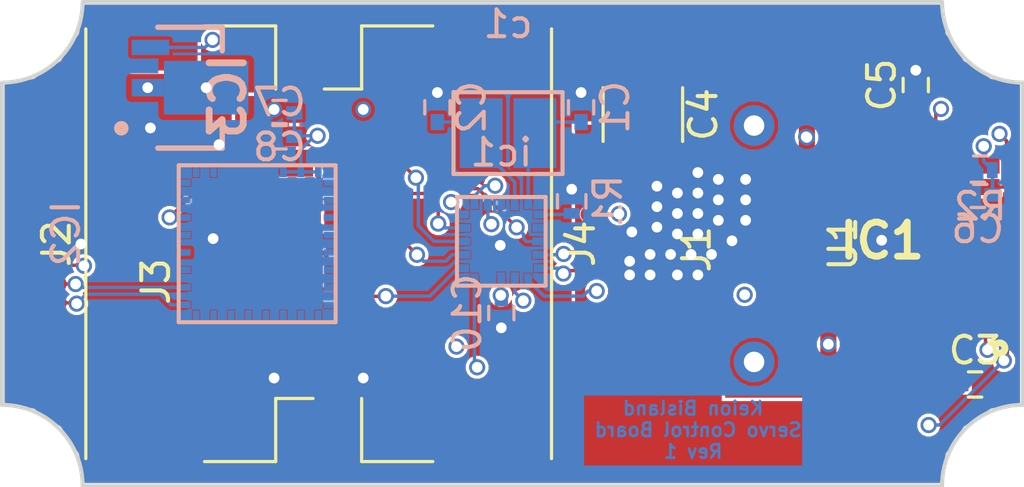
<source format=kicad_pcb>
(kicad_pcb (version 4) (host pcbnew 4.0.7)
  (layers (0 F.Cu signal) (1 In1.Cu signal) (2 In2.Cu signal) (31 B.Cu signal) (34 B.Paste user) (35 F.Paste user) (36 B.SilkS user) (37 F.SilkS user) (38 B.Mask user) (39 F.Mask user) (44 Edge.Cuts user))
  (net 0 "")
  (net 1 GND)
  (net 2 "Net-(C3-Pad1)")
  (net 3 +BATT)
  (net 4 FB)
  (net 5 +3V3)
  (net 6 OSCIN)
  (net 7 OSCOUT)
  (net 8 IN1)
  (net 9 IN2)
  (net 10 SWDIO)
  (net 11 SWCLK)
  (net 12 D2)
  (net 13 D1)
  (net 14 "Net-(R1-Pad1)")
  (net 15 A)
  (net 16 B)
  (net 17 ADC1)
  (net 18 ESDA)
  (net 19 ESCL)
  (net 20 SCK)
  (net 21 MISO)
  (net 22 MOSI)
  (net 23 CS)
  (net 24 "Net-(J2-Pad4)")
  (module AM4096Q:AM4096Q (layer B.Cu) (at 9.5 9 270)
    (fp_text reference IC2 (at -0.381 7.12 270) (layer B.SilkS) (effects (justify mirror)))
    (fp_text value AM4096Q)
    (fp_line (start 2.921 2.921) (end 2.921 -2.921) (layer B.SilkS) (width 0.15))
    (fp_line (start 2.921 -2.921) (end -2.921 -2.921) (layer B.SilkS) (width 0.15))
    (fp_line (start -2.921 -2.921) (end -2.921 2.921) (layer B.SilkS) (width 0.15))
    (fp_line (start -2.921 2.921) (end 2.921 2.921) (layer B.SilkS) (width 0.15))
    (pad 1 smd rect (at -2.275 2.675 270) (size 0.25 0.4) (layers B.Cu B.Paste B.Mask) (clearance 0.01))
    (pad 2 smd rect (at -1.625 2.675 270) (size 0.25 0.4) (layers B.Cu B.Paste B.Mask) (clearance 0.01))
    (pad 3 smd rect (at -0.975 2.675 270) (size 0.25 0.4) (layers B.Cu B.Paste B.Mask) (net 17 ADC1) (clearance 0.01))
    (pad 4 smd rect (at -0.325 2.675 270) (size 0.25 0.4) (layers B.Cu B.Paste B.Mask) (clearance 0.01))
    (pad 5 smd rect (at 0.325 2.675 270) (size 0.25 0.4) (layers B.Cu B.Paste B.Mask))
    (pad 6 smd rect (at 0.975 2.675 270) (size 0.25 0.4) (layers B.Cu B.Paste B.Mask) (clearance 0.01))
    (pad 7 smd rect (at 1.625 2.675 270) (size 0.25 0.4) (layers B.Cu B.Paste B.Mask) (net 18 ESDA) (clearance 0.01))
    (pad 8 smd rect (at 2.275 2.675 270) (size 0.25 0.4) (layers B.Cu B.Paste B.Mask) (net 19 ESCL) (clearance 0.01))
    (pad 9 smd rect (at 2.675 2.275 270) (size 0.4 0.25) (layers B.Cu B.Paste B.Mask) (clearance 0.01))
    (pad 10 smd rect (at 2.675 1.625 270) (size 0.4 0.25) (layers B.Cu B.Paste B.Mask) (clearance 0.01))
    (pad 11 smd rect (at 2.675 0.975 270) (size 0.4 0.25) (layers B.Cu B.Paste B.Mask) (clearance 0.01))
    (pad 12 smd rect (at 2.675 0.325 270) (size 0.4 0.25) (layers B.Cu B.Paste B.Mask) (clearance 0.01))
    (pad 13 smd rect (at 2.675 -0.325 270) (size 0.4 0.25) (layers B.Cu B.Paste B.Mask) (clearance 0.01))
    (pad 14 smd rect (at 2.675 -0.975 270) (size 0.4 0.25) (layers B.Cu B.Paste B.Mask) (clearance 0.01))
    (pad 15 smd rect (at 2.675 -1.625 270) (size 0.4 0.25) (layers B.Cu B.Paste B.Mask) (clearance 0.01))
    (pad 16 smd rect (at 2.675 -2.275 270) (size 0.4 0.25) (layers B.Cu B.Paste B.Mask) (clearance 0.01))
    (pad 17 smd rect (at 2.275 -2.675 270) (size 0.25 0.4) (layers B.Cu B.Paste B.Mask) (clearance 0.01))
    (pad 18 smd rect (at 1.625 -2.675 270) (size 0.25 0.4) (layers B.Cu B.Paste B.Mask) (clearance 0.01))
    (pad 19 smd rect (at 0.975 -2.675 270) (size 0.25 0.4) (layers B.Cu B.Paste B.Mask) (clearance 0.01))
    (pad 20 smd rect (at 0.325 -2.675 270) (size 0.25 0.4) (layers B.Cu B.Paste B.Mask) (clearance 0.01))
    (pad 21 smd rect (at -0.325 -2.675 270) (size 0.25 0.4) (layers B.Cu B.Paste B.Mask) (clearance 0.01))
    (pad 22 smd rect (at -0.975 -2.675 270) (size 0.25 0.4) (layers B.Cu B.Paste B.Mask))
    (pad 23 smd rect (at -1.625 -2.675 270) (size 0.25 0.4) (layers B.Cu B.Paste B.Mask) (clearance 0.01))
    (pad 24 smd rect (at -2.275 -2.675 270) (size 0.25 0.4) (layers B.Cu B.Paste B.Mask) (clearance 0.01))
    (pad 25 smd rect (at -2.675 -2.275 270) (size 0.4 0.25) (layers B.Cu B.Paste B.Mask) (net 5 +3V3) (clearance 0.01))
    (pad 26 smd rect (at -2.675 -1.625 270) (size 0.4 0.25) (layers B.Cu B.Paste B.Mask) (net 5 +3V3) (clearance 0.01))
    (pad 27 smd rect (at -2.675 -0.975 270) (size 0.4 0.25) (layers B.Cu B.Paste B.Mask) (net 5 +3V3) (clearance 0.01))
    (pad 28 smd rect (at -2.675 -0.325 270) (size 0.4 0.25) (layers B.Cu B.Paste B.Mask) (net 1 GND) (clearance 0.01))
    (pad 29 smd rect (at -2.675 0.325 270) (size 0.4 0.25) (layers B.Cu B.Paste B.Mask) (net 1 GND) (clearance 0.01))
    (pad 30 smd rect (at -2.675 0.975 270) (size 0.4 0.25) (layers B.Cu B.Paste B.Mask) (net 1 GND) (clearance 0.01))
    (pad 31 smd rect (at -2.675 1.625 270) (size 0.4 0.25) (layers B.Cu B.Paste B.Mask) (clearance 0.01))
    (pad 32 smd rect (at -2.675 2.275 270) (size 0.4 0.25) (layers B.Cu B.Paste B.Mask) (clearance 0.01))
    (pad 33 smd rect (at 0 0 270) (size 4.65 4.65) (layers B.Cu B.Paste B.Mask) (net 1 GND) (clearance 0.01))
  )
  (module STM8L15:stm8l15 (layer B.Cu) (at 18.59 8.91 180)
    (fp_text reference ic1 (at 0 3.31 180) (layer B.SilkS) (effects (justify mirror)))
    (fp_text value stm32l011)
    (fp_line (start -1.651 -1.651) (end 1.651 -1.651) (layer B.SilkS) (width 0.15))
    (fp_line (start -1.651 1.651) (end 1.651 1.651) (layer B.SilkS) (width 0.15))
    (fp_line (start 1.651 1.651) (end 1.651 -1.651) (layer B.SilkS) (width 0.15))
    (fp_line (start -1.651 -1.651) (end -1.651 1.651) (layer B.SilkS) (width 0.15))
    (pad 1 smd rect (at -1 1.425 180) (size 0.3 0.45) (layers B.Cu B.Paste B.Mask) (net 6 OSCIN) (clearance 0.01))
    (pad 2 smd rect (at -0.5 1.4 180) (size 0.3 0.5) (layers B.Cu B.Paste B.Mask) (net 7 OSCOUT) (clearance 0.01))
    (pad 3 smd rect (at 0 1.4 180) (size 0.3 0.5) (layers B.Cu B.Paste B.Mask) (clearance 0.01))
    (pad 4 smd rect (at 0.5 1.4 180) (size 0.3 0.5) (layers B.Cu B.Paste B.Mask) (net 5 +3V3) (clearance 0.01))
    (pad 5 smd rect (at 1 1.425 180) (size 0.3 0.45) (layers B.Cu B.Paste B.Mask) (net 8 IN1) (clearance 0.01))
    (pad 6 smd rect (at 1.425 1 180) (size 0.45 0.3) (layers B.Cu B.Paste B.Mask) (net 9 IN2) (clearance 0.01))
    (pad 7 smd rect (at 1.4 0.5 180) (size 0.5 0.3) (layers B.Cu B.Paste B.Mask) (net 17 ADC1) (clearance 0.01))
    (pad 8 smd rect (at 1.4 0 180) (size 0.5 0.3) (layers B.Cu B.Paste B.Mask) (net 20 SCK) (clearance 0.01))
    (pad 9 smd rect (at 1.4 -0.5 180) (size 0.5 0.3) (layers B.Cu B.Paste B.Mask) (net 21 MISO) (clearance 0.01))
    (pad 10 smd rect (at 1.425 -1 180) (size 0.45 0.3) (layers B.Cu B.Paste B.Mask) (net 22 MOSI) (clearance 0.01))
    (pad 11 smd rect (at 1 -1.425 180) (size 0.3 0.45) (layers B.Cu B.Paste B.Mask) (net 4 FB) (clearance 0.01))
    (pad 12 smd rect (at 0.5 -1.4 180) (size 0.3 0.5) (layers B.Cu B.Paste B.Mask) (net 1 GND) (clearance 0.01))
    (pad 13 smd rect (at 0 -1.4 180) (size 0.3 0.5) (layers B.Cu B.Paste B.Mask) (net 5 +3V3) (clearance 0.01))
    (pad 14 smd rect (at -0.5 -1.4 180) (size 0.3 0.5) (layers B.Cu B.Paste B.Mask) (net 13 D1) (clearance 0.01))
    (pad 15 smd rect (at -1 -1.425 180) (size 0.3 0.45) (layers B.Cu B.Paste B.Mask) (net 12 D2) (clearance 0.01))
    (pad 16 smd rect (at -1.425 -1 180) (size 0.45 0.3) (layers B.Cu B.Paste B.Mask) (net 10 SWDIO) (clearance 0.01))
    (pad 17 smd rect (at -1.4 -0.5 180) (size 0.5 0.3) (layers B.Cu B.Paste B.Mask) (net 11 SWCLK) (clearance 0.01))
    (pad 18 smd rect (at -1.4 0 180) (size 0.5 0.3) (layers B.Cu B.Paste B.Mask) (net 23 CS) (clearance 0.01))
    (pad 19 smd rect (at -1.4 0.5 180) (size 0.5 0.3) (layers B.Cu B.Paste B.Mask) (clearance 0.01))
    (pad 20 smd rect (at -1.425 1 180) (size 0.45 0.3) (layers B.Cu B.Paste B.Mask) (net 14 "Net-(R1-Pad1)") (clearance 0.01))
  )
  (module pads1x4:1x4Pads (layer F.Cu) (at 1.91 10.15 270)
    (fp_text reference J3 (at 0.254 -3.818 270) (layer F.SilkS))
    (fp_text value Conn_01x04)
    (pad 1 smd oval (at -1.05 0 270) (size 0.6 1) (layers F.Cu F.Paste F.Mask) (net 1 GND) (clearance 0.01))
    (pad 2 smd oval (at -0.35 0 270) (size 0.6 1) (layers F.Cu F.Paste F.Mask) (net 5 +3V3) (clearance 0.01))
    (pad 3 smd oval (at 0.35 0 270) (size 0.6 1) (layers F.Cu F.Paste F.Mask) (net 18 ESDA) (clearance 0.01))
    (pad 4 smd oval (at 1.05 0 270) (size 0.6 1) (layers F.Cu F.Paste F.Mask) (net 19 ESCL) (clearance 0.01))
  )
  (module pads1x4:1x4Pads (layer F.Cu) (at 22.04 8.95 270)
    (fp_text reference J1 (at 0.254 -3.818 270) (layer F.SilkS))
    (fp_text value Conn_01x04)
    (pad 1 smd oval (at -1.05 0 270) (size 0.6 1) (layers F.Cu F.Paste F.Mask) (net 5 +3V3) (clearance 0.01))
    (pad 2 smd oval (at -0.35 0 270) (size 0.6 1) (layers F.Cu F.Paste F.Mask) (net 1 GND) (clearance 0.01))
    (pad 3 smd oval (at 0.35 0 270) (size 0.6 1) (layers F.Cu F.Paste F.Mask) (net 11 SWCLK) (clearance 0.01))
    (pad 4 smd oval (at 1.05 0 270) (size 0.6 1) (layers F.Cu F.Paste F.Mask) (net 10 SWDIO) (clearance 0.01))
  )
  (module Capacitors_SMD:C_0402 (layer B.Cu) (at 21.56 3.92 90)
    (fp_text reference C1 (at 0 1.27 90) (layer B.SilkS) (effects (justify mirror)))
    (fp_text value C)
    (fp_line (start 0.25 0.47) (end -0.25 0.47) (layer B.SilkS) (width 0.12))
    (fp_line (start -0.25 -0.47) (end 0.25 -0.47) (layer B.SilkS) (width 0.12))
    (pad 1 smd rect (at -0.55 0 90) (size 0.6 0.5) (layers B.Cu B.Paste B.Mask) (net 6 OSCIN))
    (pad 2 smd rect (at 0.55 0 90) (size 0.6 0.5) (layers B.Cu B.Paste B.Mask) (net 1 GND))
  )
  (module ECX-31B:ECX-31B (layer B.Cu) (at 18.84 4.88 180)
    (fp_text reference c1 (at 0 4.064 180) (layer B.SilkS) (effects (justify mirror)))
    (fp_text value ECX-31B)
    (fp_line (start -2.032 1.016) (end -2.032 1.524) (layer B.SilkS) (width 0.15))
    (fp_line (start -2.032 1.524) (end 2.032 1.524) (layer B.SilkS) (width 0.15))
    (fp_line (start 2.032 1.524) (end 2.032 1.016) (layer B.SilkS) (width 0.15))
    (fp_line (start -2.032 -1.016) (end -2.032 -1.524) (layer B.SilkS) (width 0.15))
    (fp_line (start -2.032 -1.524) (end 2.032 -1.524) (layer B.SilkS) (width 0.15))
    (fp_line (start 2.032 -1.524) (end 2.032 -1.016) (layer B.SilkS) (width 0.15))
    (fp_line (start 2.032 1.016) (end 2.032 -1.016) (layer B.SilkS) (width 0.15))
    (fp_line (start -2.032 -1.016) (end -2.032 1.016) (layer B.SilkS) (width 0.15))
    (pad 1 smd rect (at -1 0 180) (size 1.6 2.6) (layers B.Cu B.Paste B.Mask) (net 6 OSCIN))
    (pad 2 smd rect (at 1 0 180) (size 1.6 2.6) (layers B.Cu B.Paste B.Mask) (net 7 OSCOUT))
  )
  (module Capacitors_SMD:C_0402 (layer B.Cu) (at 16.21 3.92 90)
    (fp_text reference C2 (at 0 1.27 90) (layer B.SilkS) (effects (justify mirror)))
    (fp_text value C)
    (fp_line (start 0.25 0.47) (end -0.25 0.47) (layer B.SilkS) (width 0.12))
    (fp_line (start -0.25 -0.47) (end 0.25 -0.47) (layer B.SilkS) (width 0.12))
    (pad 1 smd rect (at -0.55 0 90) (size 0.6 0.5) (layers B.Cu B.Paste B.Mask) (net 7 OSCOUT))
    (pad 2 smd rect (at 0.55 0 90) (size 0.6 0.5) (layers B.Cu B.Paste B.Mask) (net 1 GND))
  )
  (module Capacitors_SMD:C_0402 (layer F.Cu) (at 36.23 14.24)
    (fp_text reference C3 (at 0 -1.27) (layer F.SilkS))
    (fp_text value C)
    (fp_line (start 0.25 -0.47) (end -0.25 -0.47) (layer F.SilkS) (width 0.12))
    (fp_line (start -0.25 0.47) (end 0.25 0.47) (layer F.SilkS) (width 0.12))
    (pad 1 smd rect (at -0.55 0) (size 0.6 0.5) (layers F.Cu F.Paste F.Mask) (net 2 "Net-(C3-Pad1)"))
    (pad 2 smd rect (at 0.55 0) (size 0.6 0.5) (layers F.Cu F.Paste F.Mask) (net 3 +BATT))
  )
  (module Capacitors_SMD:C_1210 (layer F.Cu) (at 23.86 4.19 270)
    (fp_text reference C4 (at 0 -2.25 270) (layer F.SilkS))
    (fp_text value C)
    (fp_line (start 1 -1.48) (end -1 -1.48) (layer F.SilkS) (width 0.12))
    (fp_line (start -1 1.48) (end 1 1.48) (layer F.SilkS) (width 0.12))
    (pad 1 smd rect (at -1.5 0 270) (size 1 2.5) (layers F.Cu F.Paste F.Mask) (net 3 +BATT))
    (pad 2 smd rect (at 1.5 0 270) (size 1 2.5) (layers F.Cu F.Paste F.Mask) (net 1 GND))
  )
  (module Capacitors_SMD:C_0402 (layer F.Cu) (at 34.02 3.09 90)
    (fp_text reference C5 (at 0 -1.27 90) (layer F.SilkS))
    (fp_text value C)
    (fp_line (start 0.25 -0.47) (end -0.25 -0.47) (layer F.SilkS) (width 0.12))
    (fp_line (start -0.25 0.47) (end 0.25 0.47) (layer F.SilkS) (width 0.12))
    (pad 1 smd rect (at -0.55 0 90) (size 0.6 0.5) (layers F.Cu F.Paste F.Mask) (net 3 +BATT))
    (pad 2 smd rect (at 0.55 0 90) (size 0.6 0.5) (layers F.Cu F.Paste F.Mask) (net 1 GND))
  )
  (module Capacitors_SMD:C_0402 (layer B.Cu) (at 36.33 7.18)
    (fp_text reference C6 (at 0 1.27) (layer B.SilkS) (effects (justify mirror)))
    (fp_text value C)
    (fp_line (start 0.25 0.47) (end -0.25 0.47) (layer B.SilkS) (width 0.12))
    (fp_line (start -0.25 -0.47) (end 0.25 -0.47) (layer B.SilkS) (width 0.12))
    (pad 1 smd rect (at -0.55 0) (size 0.6 0.5) (layers B.Cu B.Paste B.Mask) (net 1 GND))
    (pad 2 smd rect (at 0.55 0) (size 0.6 0.5) (layers B.Cu B.Paste B.Mask) (net 4 FB))
  )
  (module Capacitors_SMD:C_0402 (layer B.Cu) (at 10.33 5 180)
    (fp_text reference C7 (at 0 1.27 180) (layer B.SilkS) (effects (justify mirror)))
    (fp_text value CP)
    (fp_line (start 0.25 0.47) (end -0.25 0.47) (layer B.SilkS) (width 0.12))
    (fp_line (start -0.25 -0.47) (end 0.25 -0.47) (layer B.SilkS) (width 0.12))
    (pad 1 smd rect (at -0.55 0 180) (size 0.6 0.5) (layers B.Cu B.Paste B.Mask) (net 5 +3V3))
    (pad 2 smd rect (at 0.55 0 180) (size 0.6 0.5) (layers B.Cu B.Paste B.Mask) (net 1 GND))
  )
  (module Capacitors_SMD:C_0402 (layer B.Cu) (at 10.33 4.13)
    (fp_text reference C8 (at 0 1.27) (layer B.SilkS) (effects (justify mirror)))
    (fp_text value C)
    (fp_line (start 0.25 0.47) (end -0.25 0.47) (layer B.SilkS) (width 0.12))
    (fp_line (start -0.25 -0.47) (end 0.25 -0.47) (layer B.SilkS) (width 0.12))
    (pad 1 smd rect (at -0.55 0) (size 0.6 0.5) (layers B.Cu B.Paste B.Mask) (net 1 GND))
    (pad 2 smd rect (at 0.55 0) (size 0.6 0.5) (layers B.Cu B.Paste B.Mask) (net 5 +3V3))
  )
  (module Capacitors_SMD:C_0402 (layer B.Cu) (at 18.59 11.58 270)
    (fp_text reference C10 (at 0 1.27 270) (layer B.SilkS) (effects (justify mirror)))
    (fp_text value C)
    (fp_line (start 0.25 0.47) (end -0.25 0.47) (layer B.SilkS) (width 0.12))
    (fp_line (start -0.25 -0.47) (end 0.25 -0.47) (layer B.SilkS) (width 0.12))
    (pad 1 smd rect (at -0.55 0 270) (size 0.6 0.5) (layers B.Cu B.Paste B.Mask) (net 5 +3V3))
    (pad 2 smd rect (at 0.55 0 270) (size 0.6 0.5) (layers B.Cu B.Paste B.Mask) (net 1 GND))
  )
  (module MC33926PNB:QFN80P800X800X220-33N (layer F.Cu) (at 32.766 8.89 180)
    (fp_text reference IC1 (at 0 0 180) (layer F.SilkS) (effects (font (size 1.27 1.27) (thickness 0.254))))
    (fp_text value MC33926 hide)
    (fp_circle (center -4.375 -4) (end -4.175 -4) (layer F.SilkS) (width 0.254))
    (pad 1 smd rect (at -3.85 -2.8 270) (size 0.6 1.05) (layers F.Cu F.Paste F.Mask) (net 9 IN2))
    (pad 2 smd rect (at -3.85 -2 270) (size 0.6 1.05) (layers F.Cu F.Paste F.Mask) (net 8 IN1))
    (pad 3 smd rect (at -3.85 -1.2 270) (size 0.6 1.05) (layers F.Cu F.Paste F.Mask) (net 1 GND))
    (pad 4 smd rect (at -3.85 -0.4 270) (size 0.6 1.05) (layers F.Cu F.Paste F.Mask) (net 3 +BATT))
    (pad 5 smd rect (at -3.85 0.4 270) (size 0.6 1.05) (layers F.Cu F.Paste F.Mask) (net 1 GND))
    (pad 6 smd rect (at -3.85 1.2 270) (size 0.6 1.05) (layers F.Cu F.Paste F.Mask) (net 3 +BATT))
    (pad 7 smd rect (at -3.85 2 270) (size 0.6 1.05) (layers F.Cu F.Paste F.Mask) (net 5 +3V3))
    (pad 8 smd rect (at -3.85 2.8 270) (size 0.6 1.05) (layers F.Cu F.Paste F.Mask) (net 4 FB))
    (pad 9 smd rect (at -2.8 3.85 180) (size 0.6 1.05) (layers F.Cu F.Paste F.Mask))
    (pad 10 smd rect (at -2 3.85 180) (size 0.6 1.05) (layers F.Cu F.Paste F.Mask) (net 5 +3V3))
    (pad 11 smd rect (at -1.2 3.85 180) (size 0.6 1.05) (layers F.Cu F.Paste F.Mask) (net 3 +BATT))
    (pad 12 smd rect (at -0.4 3.85 180) (size 0.6 1.05) (layers F.Cu F.Paste F.Mask) (net 15 A))
    (pad 13 smd rect (at 0.4 3.85 180) (size 0.6 1.05) (layers F.Cu F.Paste F.Mask) (net 15 A))
    (pad 14 smd rect (at 1.2 3.85 180) (size 0.6 1.05) (layers F.Cu F.Paste F.Mask) (net 15 A))
    (pad 15 smd rect (at 2 3.85 180) (size 0.6 1.05) (layers F.Cu F.Paste F.Mask) (net 15 A))
    (pad 16 smd rect (at 2.8 3.85 180) (size 0.6 1.05) (layers F.Cu F.Paste F.Mask) (net 12 D2))
    (pad 17 smd rect (at 3.85 2.8 270) (size 0.6 1.05) (layers F.Cu F.Paste F.Mask))
    (pad 18 smd rect (at 3.85 2 270) (size 0.6 1.05) (layers F.Cu F.Paste F.Mask) (net 1 GND))
    (pad 19 smd rect (at 3.85 1.2 270) (size 0.6 1.05) (layers F.Cu F.Paste F.Mask) (net 1 GND))
    (pad 20 smd rect (at 3.85 0.4 270) (size 0.6 1.05) (layers F.Cu F.Paste F.Mask) (net 1 GND))
    (pad 21 smd rect (at 3.85 -0.4 270) (size 0.6 1.05) (layers F.Cu F.Paste F.Mask))
    (pad 22 smd rect (at 3.85 -1.2 270) (size 0.6 1.05) (layers F.Cu F.Paste F.Mask) (net 1 GND))
    (pad 23 smd rect (at 3.85 -2 270) (size 0.6 1.05) (layers F.Cu F.Paste F.Mask) (net 1 GND))
    (pad 24 smd rect (at 3.85 -2.8 270) (size 0.6 1.05) (layers F.Cu F.Paste F.Mask) (net 1 GND))
    (pad 25 smd rect (at 2.8 -3.85 180) (size 0.6 1.05) (layers F.Cu F.Paste F.Mask))
    (pad 26 smd rect (at 2 -3.85 180) (size 0.6 1.05) (layers F.Cu F.Paste F.Mask) (net 13 D1))
    (pad 27 smd rect (at 1.2 -3.85 180) (size 0.6 1.05) (layers F.Cu F.Paste F.Mask) (net 16 B))
    (pad 28 smd rect (at 0.4 -3.85 180) (size 0.6 1.05) (layers F.Cu F.Paste F.Mask) (net 16 B))
    (pad 29 smd rect (at -0.4 -3.85 180) (size 0.6 1.05) (layers F.Cu F.Paste F.Mask) (net 16 B))
    (pad 30 smd rect (at -1.2 -3.85 180) (size 0.6 1.05) (layers F.Cu F.Paste F.Mask) (net 16 B))
    (pad 31 smd rect (at -2 -3.85 180) (size 0.6 1.05) (layers F.Cu F.Paste F.Mask) (net 3 +BATT))
    (pad 32 smd rect (at -2.8 -3.85 180) (size 0.6 1.05) (layers F.Cu F.Paste F.Mask) (net 2 "Net-(C3-Pad1)"))
    (pad 33 smd rect (at 0 0 180) (size 5.2 5.2) (layers F.Cu F.Paste F.Mask) (net 1 GND))
  )
  (module Resistors_SMD:R_0402 (layer B.Cu) (at 21.21 7.42 90)
    (fp_text reference R1 (at 0 1.35 90) (layer B.SilkS) (effects (justify mirror)))
    (fp_text value R)
    (fp_line (start 0.25 0.53) (end -0.25 0.53) (layer B.SilkS) (width 0.12))
    (fp_line (start -0.25 -0.53) (end 0.25 -0.53) (layer B.SilkS) (width 0.12))
    (pad 1 smd rect (at -0.45 0 90) (size 0.4 0.6) (layers B.Cu B.Paste B.Mask) (net 14 "Net-(R1-Pad1)"))
    (pad 2 smd rect (at 0.45 0 90) (size 0.4 0.6) (layers B.Cu B.Paste B.Mask) (net 1 GND))
  )
  (module Resistors_SMD:R_0402 (layer B.Cu) (at 36.42 6.26)
    (fp_text reference R2 (at 0 1.35) (layer B.SilkS) (effects (justify mirror)))
    (fp_text value R)
    (fp_line (start 0.25 0.53) (end -0.25 0.53) (layer B.SilkS) (width 0.12))
    (fp_line (start -0.25 -0.53) (end 0.25 -0.53) (layer B.SilkS) (width 0.12))
    (pad 1 smd rect (at -0.45 0) (size 0.4 0.6) (layers B.Cu B.Paste B.Mask) (net 1 GND))
    (pad 2 smd rect (at 0.45 0) (size 0.4 0.6) (layers B.Cu B.Paste B.Mask) (net 4 FB))
  )
  (module hv5932mgMotor:hv5932mgMotor (layer F.Cu) (at 28 9 270)
    (fp_text reference U1 (at 0 -3.31 270) (layer F.SilkS))
    (fp_text value hv5932mgMotor)
    (pad 1 thru_hole circle (at -4.4 0 270) (size 1.524 1.524) (drill 0.762) (layers *.Cu *.Mask) (net 15 A))
    (pad 2 thru_hole circle (at 4.4 0 270) (size 1.524 1.524) (drill 0.762) (layers *.Cu *.Mask) (net 16 B))
  )
  (module LDK320ADU33R:ST-SOT-89 (layer B.Cu) (at 7 3.19 90)
    (fp_text reference IC3 (at -0.313 1.407 90) (layer B.SilkS) (effects (font (size 1.27 1.27) (thickness 0.254)) (justify mirror)))
    (fp_text value LDK320ADU33R hide)
    (fp_line (start -2.25 -1.2) (end -2.25 1.2) (layer B.SilkS) (width 0.2))
    (fp_line (start 2.25 1.2) (end 2.25 -1.2) (layer B.SilkS) (width 0.2))
    (fp_line (start -2.25 1.2) (end -1.373 1.2) (layer B.SilkS) (width 0.2))
    (fp_line (start 2.25 1.2) (end 1.373 1.2) (layer B.SilkS) (width 0.2))
    (fp_circle (center -1.51 -2.558) (end -1.526 -2.558) (layer B.SilkS) (width 0.254))
    (pad 1 smd rect (at -1.5 -1.475 90) (size 0.57 1.4) (layers B.Cu B.Paste B.Mask) (net 1 GND))
    (pad 2 smd rect (at 0 -1.575 90) (size 0.65 1.2) (layers B.Cu B.Paste B.Mask) (net 3 +BATT))
    (pad 3 smd rect (at 1.5 -1.475 90) (size 0.57 1.4) (layers B.Cu B.Paste B.Mask) (net 5 +3V3))
    (pad 4 smd rect (at 0 0.6 90) (size 2 3.15) (layers B.Cu B.Paste B.Mask) (net 3 +BATT))
  )
  (module Connector_Molex:Molex_CLIK-Mate_502443-0670_1x06-1MP_P2.00mm_Vertical (layer F.Cu) (at 15.95 9 270)
    (fp_text reference J4 (at 0 -5.6 270) (layer F.SilkS))
    (fp_text value Conn_01x06)
    (fp_line (start -8.11 -0.09) (end -8.11 2.56) (layer F.SilkS) (width 0.12))
    (fp_line (start -8.11 2.56) (end -5.76 2.56) (layer F.SilkS) (width 0.12))
    (fp_line (start -5.76 2.56) (end -5.76 3.95) (layer F.SilkS) (width 0.12))
    (fp_line (start 8.11 -0.09) (end 8.11 2.56) (layer F.SilkS) (width 0.12))
    (fp_line (start 8.11 2.56) (end 5.76 2.56) (layer F.SilkS) (width 0.12))
    (fp_line (start -8 -4.51) (end 8 -4.51) (layer F.SilkS) (width 0.12))
    (pad 1 smd rect (at -5 2.5 270) (size 1 2.9) (layers F.Cu F.Paste F.Mask) (net 23 CS))
    (pad 2 smd rect (at -3 2.5 270) (size 1 2.9) (layers F.Cu F.Paste F.Mask) (net 20 SCK))
    (pad 3 smd rect (at -1 2.5 270) (size 1 2.9) (layers F.Cu F.Paste F.Mask) (net 21 MISO))
    (pad 4 smd rect (at 1 2.5 270) (size 1 2.9) (layers F.Cu F.Paste F.Mask) (net 24 "Net-(J2-Pad4)"))
    (pad 5 smd rect (at 3 2.5 270) (size 1 2.9) (layers F.Cu F.Paste F.Mask) (net 3 +BATT))
    (pad 6 smd rect (at 5 2.5 270) (size 1 2.9) (layers F.Cu F.Paste F.Mask) (net 1 GND))
    (pad MP smd rect (at -7.35 -2.15 270) (size 1.8 3.6) (layers F.Cu F.Paste F.Mask))
    (pad MP smd rect (at 7.35 -2.15 270) (size 1.8 3.6) (layers F.Cu F.Paste F.Mask))
  )
  (module Connector_Molex:Molex_CLIK-Mate_502443-0670_1x06-1MP_P2.00mm_Vertical (layer F.Cu) (at 7.63 9 90)
    (fp_text reference J2 (at 0 -5.6 90) (layer F.SilkS))
    (fp_text value Conn_01x06)
    (fp_line (start -8.11 -0.09) (end -8.11 2.56) (layer F.SilkS) (width 0.12))
    (fp_line (start -8.11 2.56) (end -5.76 2.56) (layer F.SilkS) (width 0.12))
    (fp_line (start -5.76 2.56) (end -5.76 3.95) (layer F.SilkS) (width 0.12))
    (fp_line (start 8.11 -0.09) (end 8.11 2.56) (layer F.SilkS) (width 0.12))
    (fp_line (start 8.11 2.56) (end 5.76 2.56) (layer F.SilkS) (width 0.12))
    (fp_line (start -8 -4.51) (end 8 -4.51) (layer F.SilkS) (width 0.12))
    (pad 1 smd rect (at -5 2.5 90) (size 1 2.9) (layers F.Cu F.Paste F.Mask) (net 1 GND))
    (pad 2 smd rect (at -3 2.5 90) (size 1 2.9) (layers F.Cu F.Paste F.Mask) (net 3 +BATT))
    (pad 3 smd rect (at -1 2.5 90) (size 1 2.9) (layers F.Cu F.Paste F.Mask) (net 22 MOSI))
    (pad 4 smd rect (at 1 2.5 90) (size 1 2.9) (layers F.Cu F.Paste F.Mask) (net 24 "Net-(J2-Pad4)"))
    (pad 5 smd rect (at 3 2.5 90) (size 1 2.9) (layers F.Cu F.Paste F.Mask) (net 20 SCK))
    (pad 6 smd rect (at 5 2.5 90) (size 1 2.9) (layers F.Cu F.Paste F.Mask) (net 23 CS))
    (pad MP smd rect (at -7.35 -2.15 90) (size 1.8 3.6) (layers F.Cu F.Paste F.Mask))
    (pad MP smd rect (at 7.35 -2.15 90) (size 1.8 3.6) (layers F.Cu F.Paste F.Mask))
  )
  (gr_text "\n" (at 25.73 15.93) (layer B.Cu) (effects (font (size 0.5 0.5) (thickness 0.1)) (justify mirror)))
  (gr_text "Keion Bisland\nServo Control Board \nRev 1" (at 25.73 15.93) (layer B.Cu) (effects (font (size 0.5 0.5) (thickness 0.1)) (justify mirror)))
  (gr_arc (start 0 0) (end 3 0) (angle 90) (layer Edge.Cuts) (width 0.15))
  (gr_arc (start 0 18) (end 0 15) (angle 90) (layer Edge.Cuts) (width 0.15))
  (gr_arc (start 38 18) (end 35 18) (angle 90) (layer Edge.Cuts) (width 0.15))
  (gr_arc (start 38 0) (end 35 0) (angle -90) (layer Edge.Cuts) (width 0.15))
  (gr_line (start 38 3) (end 38 15) (angle 90) (layer Edge.Cuts) (width 0.15))
  (gr_line (start 3 18) (end 35 18) (angle 90) (layer Edge.Cuts) (width 0.15))
  (gr_line (start 0 3) (end 0 15) (angle 90) (layer Edge.Cuts) (width 0.15))
  (gr_line (start 3 0) (end 35 0) (angle 90) (layer Edge.Cuts) (width 0.15))
  (segment (start 9.78 5) (end 9.78 5.72) (width 0.25) (layer B.Cu) (net 1))
  (segment (start 9.78 5.72) (end 9.175 6.325) (width 0.25) (layer B.Cu) (net 1))
  (segment (start 27.686 6.604) (end 27.686 7.366) (width 0.25) (layer B.Cu) (net 1))
  (segment (start 27.972 6.89) (end 27.686 6.604) (width 0.25) (layer F.Cu) (net 1))
  (via (at 27.686 6.604) (size 0.6) (drill 0.4) (layers F.Cu B.Cu) (net 1))
  (segment (start 28.916 6.89) (end 27.972 6.89) (width 0.25) (layer F.Cu) (net 1))
  (via (at 23.368 9.652) (size 0.6) (drill 0.4) (layers F.Cu B.Cu) (net 1))
  (segment (start 23.368 10.16) (end 23.368 9.652) (width 0.127) (layer B.Cu) (net 1))
  (via (at 23.368 10.16) (size 0.6) (drill 0.4) (layers F.Cu B.Cu) (net 1))
  (segment (start 24.13 10.16) (end 23.368 10.16) (width 0.127) (layer F.Cu) (net 1))
  (via (at 24.13 10.16) (size 0.6) (drill 0.4) (layers F.Cu B.Cu) (net 1))
  (segment (start 24.13 9.398) (end 24.13 10.16) (width 0.127) (layer B.Cu) (net 1))
  (via (at 24.13 9.398) (size 0.6) (drill 0.4) (layers F.Cu B.Cu) (net 1))
  (segment (start 24.13 8.636) (end 24.13 9.398) (width 0.25) (layer F.Cu) (net 1))
  (segment (start 24.384 8.382) (end 24.13 8.636) (width 0.25) (layer F.Cu) (net 1))
  (via (at 24.384 8.382) (size 0.6) (drill 0.4) (layers F.Cu B.Cu) (net 1))
  (segment (start 24.384 7.62) (end 24.384 8.382) (width 0.25) (layer B.Cu) (net 1))
  (via (at 24.384 7.62) (size 0.6) (drill 0.4) (layers F.Cu B.Cu) (net 1))
  (segment (start 24.384 6.858) (end 24.384 7.62) (width 0.25) (layer F.Cu) (net 1))
  (via (at 24.384 6.858) (size 0.6) (drill 0.4) (layers F.Cu B.Cu) (net 1))
  (segment (start 24.892 6.858) (end 24.384 6.858) (width 0.25) (layer B.Cu) (net 1))
  (segment (start 25.146 7.112) (end 24.892 6.858) (width 0.25) (layer B.Cu) (net 1))
  (via (at 25.146 7.112) (size 0.6) (drill 0.4) (layers F.Cu B.Cu) (net 1))
  (segment (start 25.146 7.874) (end 25.146 7.112) (width 0.25) (layer F.Cu) (net 1))
  (via (at 25.146 7.874) (size 0.6) (drill 0.4) (layers F.Cu B.Cu) (net 1))
  (segment (start 25.146 8.636) (end 25.146 7.874) (width 0.25) (layer B.Cu) (net 1))
  (via (at 25.146 8.636) (size 0.6) (drill 0.4) (layers F.Cu B.Cu) (net 1))
  (segment (start 25.146 9.144) (end 25.146 8.636) (width 0.25) (layer F.Cu) (net 1))
  (segment (start 24.892 9.398) (end 25.146 9.144) (width 0.25) (layer F.Cu) (net 1))
  (via (at 24.892 9.398) (size 0.6) (drill 0.4) (layers F.Cu B.Cu) (net 1))
  (segment (start 24.892 9.906) (end 24.892 9.398) (width 0.25) (layer B.Cu) (net 1))
  (segment (start 25.146 10.16) (end 24.892 9.906) (width 0.25) (layer B.Cu) (net 1))
  (via (at 25.146 10.16) (size 0.6) (drill 0.4) (layers F.Cu B.Cu) (net 1))
  (segment (start 25.908 10.16) (end 25.146 10.16) (width 0.25) (layer F.Cu) (net 1))
  (via (at 25.908 10.16) (size 0.6) (drill 0.4) (layers F.Cu B.Cu) (net 1))
  (segment (start 25.908 9.652) (end 25.908 10.16) (width 0.25) (layer B.Cu) (net 1))
  (segment (start 25.654 9.398) (end 25.908 9.652) (width 0.25) (layer B.Cu) (net 1))
  (via (at 25.654 9.398) (size 0.6) (drill 0.4) (layers F.Cu B.Cu) (net 1))
  (segment (start 26.416 9.398) (end 25.654 9.398) (width 0.25) (layer F.Cu) (net 1))
  (via (at 26.416 9.398) (size 0.6) (drill 0.4) (layers F.Cu B.Cu) (net 1))
  (segment (start 26.416 9.144) (end 26.416 9.398) (width 0.25) (layer B.Cu) (net 1))
  (segment (start 25.908 8.636) (end 26.416 9.144) (width 0.25) (layer B.Cu) (net 1))
  (via (at 25.908 8.636) (size 0.6) (drill 0.4) (layers F.Cu B.Cu) (net 1))
  (segment (start 25.908 7.874) (end 25.908 8.636) (width 0.25) (layer F.Cu) (net 1))
  (via (at 25.908 7.874) (size 0.6) (drill 0.4) (layers F.Cu B.Cu) (net 1))
  (segment (start 25.908 7.112) (end 25.908 7.874) (width 0.25) (layer B.Cu) (net 1))
  (via (at 25.908 7.112) (size 0.6) (drill 0.4) (layers F.Cu B.Cu) (net 1))
  (segment (start 25.908 6.35) (end 25.908 7.112) (width 0.25) (layer F.Cu) (net 1))
  (via (at 25.908 6.35) (size 0.6) (drill 0.4) (layers F.Cu B.Cu) (net 1))
  (segment (start 26.416 6.35) (end 25.908 6.35) (width 0.25) (layer B.Cu) (net 1))
  (segment (start 26.67 6.604) (end 26.416 6.35) (width 0.25) (layer B.Cu) (net 1))
  (via (at 26.67 6.604) (size 0.6) (drill 0.4) (layers F.Cu B.Cu) (net 1))
  (segment (start 26.67 7.366) (end 26.67 6.604) (width 0.25) (layer F.Cu) (net 1))
  (via (at 26.67 7.366) (size 0.6) (drill 0.4) (layers F.Cu B.Cu) (net 1))
  (segment (start 26.67 8.128) (end 26.67 7.366) (width 0.25) (layer B.Cu) (net 1))
  (via (at 26.67 8.128) (size 0.6) (drill 0.4) (layers F.Cu B.Cu) (net 1))
  (segment (start 26.67 8.382) (end 26.67 8.128) (width 0.25) (layer F.Cu) (net 1))
  (segment (start 27.178 8.89) (end 26.67 8.382) (width 0.25) (layer F.Cu) (net 1))
  (via (at 27.178 8.89) (size 0.6) (drill 0.4) (layers F.Cu B.Cu) (net 1))
  (segment (start 27.178 8.636) (end 27.178 8.89) (width 0.25) (layer B.Cu) (net 1))
  (segment (start 27.686 8.128) (end 27.178 8.636) (width 0.25) (layer B.Cu) (net 1))
  (via (at 27.686 8.128) (size 0.6) (drill 0.4) (layers F.Cu B.Cu) (net 1))
  (segment (start 27.686 7.366) (end 27.686 8.128) (width 0.25) (layer F.Cu) (net 1))
  (via (at 27.686 7.366) (size 0.6) (drill 0.4) (layers F.Cu B.Cu) (net 1))
  (via (at 13.45 14) (size 0.6) (drill 0.4) (layers F.Cu B.Cu) (net 1))
  (segment (start 10.13 14) (end 13.45 14) (width 0.127) (layer F.Cu) (net 1))
  (via (at 10.13 14) (size 0.6) (drill 0.4) (layers F.Cu B.Cu) (net 1))
  (segment (start 1.91 9.1) (end 2.85 9.1) (width 0.25) (layer F.Cu) (net 1))
  (via (at 2.94 9.01) (size 0.6) (drill 0.4) (layers F.Cu B.Cu) (net 1))
  (segment (start 2.85 9.1) (end 2.94 9.01) (width 0.25) (layer F.Cu) (net 1))
  (via (at 5.525 4.69) (size 0.6) (drill 0.4) (layers F.Cu B.Cu) (net 1))
  (via (at 18.59 12.13) (size 0.6) (drill 0.4) (layers F.Cu B.Cu) (net 1))
  (via (at 34.02 2.54) (size 0.6) (drill 0.4) (layers F.Cu B.Cu) (net 1))
  (via (at 7.86 8.81) (size 0.6) (drill 0.4) (layers F.Cu B.Cu) (net 1))
  (segment (start 7.86 8.81) (end 8.05 9) (width 0.25) (layer B.Cu) (net 1))
  (segment (start 8.05 9) (end 9.5 9) (width 0.25) (layer B.Cu) (net 1))
  (segment (start 9.175 6.325) (end 9.175 8.675) (width 0.25) (layer B.Cu) (net 1))
  (segment (start 9.175 8.675) (end 9.5 9) (width 0.25) (layer B.Cu) (net 1))
  (segment (start 8.525 6.325) (end 9.175 6.325) (width 0.25) (layer B.Cu) (net 1))
  (segment (start 9.175 6.325) (end 9.825 6.325) (width 0.25) (layer B.Cu) (net 1))
  (segment (start 9.825 6.325) (end 9.175 6.325) (width 0.25) (layer B.Cu) (net 1))
  (segment (start 9.78 5) (end 8.39 5) (width 0.25) (layer B.Cu) (net 1))
  (via (at 8.08 5.31) (size 0.6) (drill 0.4) (layers F.Cu B.Cu) (net 1))
  (segment (start 8.39 5) (end 8.08 5.31) (width 0.25) (layer B.Cu) (net 1))
  (segment (start 36.616 8.49) (end 33.166 8.49) (width 0.25) (layer F.Cu) (net 1))
  (segment (start 33.166 8.49) (end 32.766 8.89) (width 0.25) (layer F.Cu) (net 1))
  (segment (start 36.616 10.09) (end 33.966 10.09) (width 0.25) (layer F.Cu) (net 1))
  (segment (start 33.966 10.09) (end 32.766 8.89) (width 0.25) (layer F.Cu) (net 1))
  (segment (start 28.916 11.69) (end 29.966 11.69) (width 0.25) (layer F.Cu) (net 1))
  (segment (start 29.966 11.69) (end 32.766 8.89) (width 0.25) (layer F.Cu) (net 1))
  (segment (start 28.916 10.89) (end 30.766 10.89) (width 0.25) (layer F.Cu) (net 1))
  (segment (start 30.766 10.89) (end 32.766 8.89) (width 0.25) (layer F.Cu) (net 1))
  (segment (start 28.916 10.09) (end 31.566 10.09) (width 0.25) (layer F.Cu) (net 1))
  (segment (start 31.566 10.09) (end 32.766 8.89) (width 0.25) (layer F.Cu) (net 1))
  (segment (start 28.916 6.89) (end 30.766 6.89) (width 0.25) (layer F.Cu) (net 1))
  (segment (start 30.766 6.89) (end 32.766 8.89) (width 0.25) (layer F.Cu) (net 1))
  (segment (start 28.916 7.69) (end 31.566 7.69) (width 0.25) (layer F.Cu) (net 1))
  (segment (start 31.566 7.69) (end 32.766 8.89) (width 0.25) (layer F.Cu) (net 1))
  (segment (start 28.916 8.49) (end 32.366 8.49) (width 0.25) (layer F.Cu) (net 1))
  (segment (start 32.366 8.49) (end 32.766 8.89) (width 0.25) (layer F.Cu) (net 1))
  (segment (start 35.78 7.18) (end 34.44 7.18) (width 0.25) (layer B.Cu) (net 1))
  (segment (start 32.75 8.87) (end 32.766 8.886) (width 0.25) (layer F.Cu) (net 1))
  (via (at 32.75 8.87) (size 0.6) (drill 0.4) (layers F.Cu B.Cu) (net 1))
  (segment (start 34.44 7.18) (end 32.75 8.87) (width 0.25) (layer B.Cu) (net 1))
  (segment (start 32.766 8.886) (end 32.766 8.89) (width 0.25) (layer F.Cu) (net 1))
  (segment (start 35.78 7.18) (end 35.78 6.45) (width 0.25) (layer B.Cu) (net 1))
  (segment (start 35.78 6.45) (end 35.97 6.26) (width 0.25) (layer B.Cu) (net 1))
  (segment (start 18.09 10.31) (end 18.09 9.52) (width 0.25) (layer B.Cu) (net 1))
  (via (at 18.55 9.06) (size 0.6) (drill 0.4) (layers F.Cu B.Cu) (net 1))
  (segment (start 18.09 9.52) (end 18.55 9.06) (width 0.25) (layer B.Cu) (net 1))
  (via (at 21.56 3.37) (size 0.6) (drill 0.4) (layers F.Cu B.Cu) (net 1))
  (via (at 16.21 3.37) (size 0.6) (drill 0.4) (layers F.Cu B.Cu) (net 1))
  (via (at 21.21 6.97) (size 0.6) (drill 0.4) (layers F.Cu B.Cu) (net 1))
  (segment (start 22.04 8.6) (end 23.41 8.6) (width 0.25) (layer F.Cu) (net 1))
  (via (at 23.45 8.56) (size 0.6) (drill 0.4) (layers F.Cu B.Cu) (net 1))
  (segment (start 23.41 8.6) (end 23.45 8.56) (width 0.25) (layer F.Cu) (net 1))
  (segment (start 35.566 12.74) (end 35.566 14.126) (width 0.127) (layer F.Cu) (net 2))
  (segment (start 35.566 14.126) (end 35.68 14.24) (width 0.127) (layer F.Cu) (net 2))
  (via (at 7.6 3.19) (size 0.6) (drill 0.4) (layers F.Cu B.Cu) (net 3))
  (via (at 5.425 3.19) (size 0.6) (drill 0.4) (layers F.Cu B.Cu) (net 3))
  (segment (start 5.425 3.19) (end 5.45 3.19) (width 0.25) (layer F.Cu) (net 3))
  (segment (start 34.02 3.64) (end 34.02 4.986) (width 0.25) (layer F.Cu) (net 3))
  (segment (start 34.02 4.986) (end 33.966 5.04) (width 0.25) (layer F.Cu) (net 3))
  (segment (start 13.45 12) (end 14.21 12) (width 0.127) (layer F.Cu) (net 3))
  (segment (start 10.13 12) (end 13.45 12) (width 0.127) (layer F.Cu) (net 3))
  (segment (start 17.59 10.335) (end 17.59 13.5) (width 0.127) (layer B.Cu) (net 4))
  (segment (start 17.59 13.5) (end 17.69 13.6) (width 0.127) (layer B.Cu) (net 4))
  (via (at 17.69 13.6) (size 0.6) (drill 0.4) (layers F.Cu B.Cu) (net 4))
  (segment (start 36.88 7.18) (end 36.88 6.27) (width 0.127) (layer B.Cu) (net 4))
  (segment (start 36.88 6.27) (end 36.55 5.94) (width 0.127) (layer B.Cu) (net 4))
  (segment (start 36.55 5.94) (end 36.55 5.37) (width 0.127) (layer B.Cu) (net 4))
  (via (at 36.55 5.37) (size 0.6) (drill 0.4) (layers F.Cu B.Cu) (net 4))
  (segment (start 36.55 5.37) (end 36.616 5.436) (width 0.127) (layer F.Cu) (net 4))
  (segment (start 36.616 5.436) (end 36.616 6.09) (width 0.127) (layer F.Cu) (net 4))
  (segment (start 10.475 6.325) (end 11.775 6.325) (width 0.127) (layer B.Cu) (net 5))
  (segment (start 36.616 6.89) (end 37.34 6.89) (width 0.127) (layer F.Cu) (net 5))
  (via (at 37.14 4.91) (size 0.6) (drill 0.4) (layers F.Cu B.Cu) (net 5))
  (segment (start 37.4 5.17) (end 37.14 4.91) (width 0.127) (layer F.Cu) (net 5))
  (segment (start 37.4 6.83) (end 37.4 5.17) (width 0.127) (layer F.Cu) (net 5))
  (segment (start 37.34 6.89) (end 37.4 6.83) (width 0.127) (layer F.Cu) (net 5))
  (segment (start 1.91 9.8) (end 3.03 9.8) (width 0.127) (layer F.Cu) (net 5))
  (via (at 3.05 9.82) (size 0.6) (drill 0.4) (layers F.Cu B.Cu) (net 5))
  (segment (start 3.03 9.8) (end 3.05 9.82) (width 0.127) (layer F.Cu) (net 5))
  (segment (start 5.525 1.69) (end 7.56 1.69) (width 0.127) (layer B.Cu) (net 5))
  (via (at 7.84 1.41) (size 0.6) (drill 0.4) (layers F.Cu B.Cu) (net 5))
  (segment (start 7.56 1.69) (end 7.84 1.41) (width 0.127) (layer B.Cu) (net 5))
  (segment (start 10.88 4.13) (end 10.88 5) (width 0.127) (layer B.Cu) (net 5))
  (segment (start 10.88 5) (end 10.9 4.98) (width 0.127) (layer B.Cu) (net 5))
  (segment (start 10.9 4.98) (end 11.75 4.98) (width 0.127) (layer B.Cu) (net 5))
  (segment (start 34.766 5.04) (end 34.766 4.174) (width 0.127) (layer F.Cu) (net 5))
  (via (at 34.96 3.98) (size 0.6) (drill 0.4) (layers F.Cu B.Cu) (net 5))
  (segment (start 34.766 4.174) (end 34.96 3.98) (width 0.127) (layer F.Cu) (net 5))
  (segment (start 18.09 7.51) (end 18.09 8.14) (width 0.127) (layer B.Cu) (net 5))
  (via (at 18.22 8.27) (size 0.6) (drill 0.4) (layers F.Cu B.Cu) (net 5))
  (segment (start 18.09 8.14) (end 18.22 8.27) (width 0.127) (layer B.Cu) (net 5))
  (segment (start 18.59 10.31) (end 18.59 10.9) (width 0.127) (layer B.Cu) (net 5))
  (via (at 18.57 10.92) (size 0.6) (drill 0.4) (layers F.Cu B.Cu) (net 5))
  (segment (start 18.59 10.9) (end 18.57 10.92) (width 0.127) (layer B.Cu) (net 5))
  (segment (start 22.04 7.9) (end 22.96 7.9) (width 0.127) (layer F.Cu) (net 5))
  (via (at 22.97 7.89) (size 0.6) (drill 0.4) (layers F.Cu B.Cu) (net 5))
  (segment (start 22.96 7.9) (end 22.97 7.89) (width 0.127) (layer F.Cu) (net 5))
  (segment (start 11.125 6.325) (end 11.125 5.495) (width 0.127) (layer B.Cu) (net 5))
  (via (at 11.75 4.98) (size 0.6) (drill 0.4) (layers F.Cu B.Cu) (net 5))
  (segment (start 11.64 4.98) (end 11.75 4.98) (width 0.127) (layer B.Cu) (net 5))
  (segment (start 11.125 5.495) (end 11.64 4.98) (width 0.127) (layer B.Cu) (net 5))
  (segment (start 21.56 4.47) (end 20.25 4.47) (width 0.127) (layer B.Cu) (net 6))
  (segment (start 20.25 4.47) (end 19.84 4.88) (width 0.127) (layer B.Cu) (net 6))
  (segment (start 19.59 7.485) (end 19.59 5.13) (width 0.127) (layer B.Cu) (net 6))
  (segment (start 19.59 5.13) (end 19.84 4.88) (width 0.127) (layer B.Cu) (net 6))
  (segment (start 16.21 4.47) (end 17.43 4.47) (width 0.127) (layer B.Cu) (net 7))
  (segment (start 17.43 4.47) (end 17.84 4.88) (width 0.127) (layer B.Cu) (net 7))
  (segment (start 17.84 4.88) (end 17.84 5.46) (width 0.127) (layer B.Cu) (net 7))
  (segment (start 17.84 5.46) (end 19.09 6.71) (width 0.127) (layer B.Cu) (net 7))
  (segment (start 19.09 6.71) (end 19.09 7.51) (width 0.127) (layer B.Cu) (net 7))
  (via (at 18.36 6.84) (size 0.6) (drill 0.4) (layers F.Cu B.Cu) (net 8))
  (segment (start 34.77 15.75) (end 34.5 15.75) (width 0.127) (layer B.Cu) (net 8))
  (via (at 16.92 12.83) (size 0.6) (drill 0.4) (layers F.Cu B.Cu) (net 8))
  (via (at 34.5 15.75) (size 0.6) (drill 0.4) (layers F.Cu B.Cu) (net 8))
  (segment (start 36.616 10.89) (end 37.12 10.89) (width 0.127) (layer F.Cu) (net 8))
  (segment (start 37.12 10.89) (end 37.43 11.2) (width 0.127) (layer F.Cu) (net 8))
  (segment (start 37.43 11.2) (end 37.43 13.22) (width 0.127) (layer F.Cu) (net 8))
  (segment (start 37.43 13.22) (end 37.3 13.35) (width 0.127) (layer F.Cu) (net 8))
  (via (at 37.3 13.35) (size 0.6) (drill 0.4) (layers F.Cu B.Cu) (net 8))
  (segment (start 37.3 13.35) (end 34.9 15.75) (width 0.127) (layer B.Cu) (net 8))
  (segment (start 34.9 15.75) (end 34.77 15.75) (width 0.127) (layer B.Cu) (net 8))
  (segment (start 34.77 15.75) (end 34.76 15.75) (width 0.127) (layer B.Cu) (net 8))
  (segment (start 17.59 7.485) (end 17.59 7.22) (width 0.127) (layer B.Cu) (net 8))
  (segment (start 17.97 6.84) (end 18.36 6.84) (width 0.127) (layer B.Cu) (net 8))
  (segment (start 17.59 7.22) (end 17.97 6.84) (width 0.127) (layer B.Cu) (net 8))
  (via (at 16.72 7.45) (size 0.6) (drill 0.4) (layers F.Cu B.Cu) (net 9))
  (segment (start 17.165 7.895) (end 16.72 7.45) (width 0.127) (layer B.Cu) (net 9))
  (segment (start 36.616 12.876) (end 36.616 11.69) (width 0.127) (layer F.Cu) (net 9))
  (segment (start 36.69 12.95) (end 36.616 12.876) (width 0.127) (layer F.Cu) (net 9))
  (via (at 36.69 12.95) (size 0.6) (drill 0.4) (layers F.Cu B.Cu) (net 9))
  (segment (start 17.165 7.91) (end 17.165 7.895) (width 0.127) (layer B.Cu) (net 9))
  (segment (start 20.015 9.91) (end 20.7 9.91) (width 0.127) (layer B.Cu) (net 10))
  (segment (start 21.01 10) (end 22.04 10) (width 0.127) (layer F.Cu) (net 10))
  (segment (start 20.9 10.11) (end 21.01 10) (width 0.127) (layer F.Cu) (net 10))
  (via (at 20.9 10.11) (size 0.6) (drill 0.4) (layers F.Cu B.Cu) (net 10))
  (segment (start 20.7 9.91) (end 20.9 10.11) (width 0.127) (layer B.Cu) (net 10))
  (segment (start 19.99 9.41) (end 20.88 9.41) (width 0.127) (layer B.Cu) (net 11))
  (segment (start 20.99 9.3) (end 22.04 9.3) (width 0.127) (layer F.Cu) (net 11))
  (segment (start 20.91 9.38) (end 20.99 9.3) (width 0.127) (layer F.Cu) (net 11))
  (via (at 20.91 9.38) (size 0.6) (drill 0.4) (layers F.Cu B.Cu) (net 11))
  (segment (start 20.88 9.41) (end 20.91 9.38) (width 0.127) (layer B.Cu) (net 11))
  (via (at 29.966 5.04) (size 0.6) (drill 0.4) (layers F.Cu B.Cu) (net 12))
  (segment (start 20.065 10.835) (end 20.18 10.95) (width 0.127) (layer B.Cu) (net 12))
  (via (at 29.94 5.02) (size 0.6) (drill 0.4) (layers F.Cu B.Cu) (net 12))
  (via (at 22.14 10.76) (size 0.6) (drill 0.4) (layers F.Cu B.Cu) (net 12))
  (segment (start 21.82 10.76) (end 22.14 10.76) (width 0.127) (layer B.Cu) (net 12))
  (segment (start 21.63 10.95) (end 21.82 10.76) (width 0.127) (layer B.Cu) (net 12))
  (segment (start 20.18 10.95) (end 21.63 10.95) (width 0.127) (layer B.Cu) (net 12))
  (segment (start 19.59 10.335) (end 19.59 10.36) (width 0.127) (layer B.Cu) (net 12))
  (segment (start 19.59 10.36) (end 20.065 10.835) (width 0.127) (layer B.Cu) (net 12))
  (segment (start 20.065 10.835) (end 20.07 10.84) (width 0.127) (layer B.Cu) (net 12))
  (segment (start 19.09 10.31) (end 19.09 10.8) (width 0.127) (layer B.Cu) (net 13))
  (via (at 19.41 11.12) (size 0.6) (drill 0.4) (layers F.Cu B.Cu) (net 13))
  (via (at 30.766 12.74) (size 0.6) (drill 0.4) (layers F.Cu B.Cu) (net 13))
  (via (at 27.65 10.9) (size 0.6) (drill 0.4) (layers F.Cu B.Cu) (net 13))
  (segment (start 19.09 10.8) (end 19.41 11.12) (width 0.127) (layer B.Cu) (net 13))
  (segment (start 20.015 7.91) (end 21.17 7.91) (width 0.127) (layer B.Cu) (net 14))
  (segment (start 21.17 7.91) (end 21.21 7.87) (width 0.127) (layer B.Cu) (net 14))
  (segment (start 6.825 8.025) (end 6.245 8.025) (width 0.127) (layer B.Cu) (net 17))
  (segment (start 16.4 8.41) (end 17.19 8.41) (width 0.127) (layer B.Cu) (net 17))
  (segment (start 16.24 8.25) (end 16.4 8.41) (width 0.127) (layer B.Cu) (net 17))
  (via (at 16.24 8.25) (size 0.6) (drill 0.4) (layers F.Cu B.Cu) (net 17))
  (segment (start 16.24 7.56) (end 16.24 8.25) (width 0.127) (layer F.Cu) (net 17))
  (segment (start 15.81 7.13) (end 16.24 7.56) (width 0.127) (layer F.Cu) (net 17))
  (segment (start 7.13 7.13) (end 15.81 7.13) (width 0.127) (layer F.Cu) (net 17))
  (segment (start 6.24 8.02) (end 7.13 7.13) (width 0.127) (layer F.Cu) (net 17))
  (via (at 6.24 8.02) (size 0.6) (drill 0.4) (layers F.Cu B.Cu) (net 17))
  (segment (start 6.245 8.025) (end 6.24 8.02) (width 0.127) (layer B.Cu) (net 17))
  (segment (start 1.91 10.5) (end 2.74 10.5) (width 0.127) (layer F.Cu) (net 18))
  (segment (start 2.865 10.625) (end 6.825 10.625) (width 0.127) (layer B.Cu) (net 18))
  (segment (start 2.74 10.5) (end 2.865 10.625) (width 0.127) (layer B.Cu) (net 18))
  (via (at 2.74 10.5) (size 0.6) (drill 0.4) (layers F.Cu B.Cu) (net 18))
  (segment (start 1.91 11.2) (end 2.7 11.2) (width 0.127) (layer F.Cu) (net 19))
  (segment (start 6.295 11.275) (end 6.825 11.275) (width 0.127) (layer B.Cu) (net 19))
  (segment (start 5.899002 10.879002) (end 6.295 11.275) (width 0.127) (layer B.Cu) (net 19))
  (segment (start 3.130998 10.879002) (end 5.899002 10.879002) (width 0.127) (layer B.Cu) (net 19))
  (segment (start 2.78 11.23) (end 3.130998 10.879002) (width 0.127) (layer B.Cu) (net 19))
  (via (at 2.78 11.23) (size 0.6) (drill 0.4) (layers F.Cu B.Cu) (net 19))
  (segment (start 2.73 11.23) (end 2.78 11.23) (width 0.127) (layer F.Cu) (net 19))
  (segment (start 2.7 11.2) (end 2.73 11.23) (width 0.127) (layer F.Cu) (net 19))
  (segment (start 13.45 6) (end 14.87 6) (width 0.127) (layer F.Cu) (net 20))
  (segment (start 14.87 6) (end 15.41 6.54) (width 0.127) (layer F.Cu) (net 20))
  (segment (start 16.08 8.91) (end 17.19 8.91) (width 0.127) (layer B.Cu) (net 20))
  (segment (start 15.5 8.33) (end 16.08 8.91) (width 0.127) (layer B.Cu) (net 20))
  (segment (start 15.5 6.63) (end 15.5 8.33) (width 0.127) (layer B.Cu) (net 20))
  (segment (start 15.41 6.54) (end 15.5 6.63) (width 0.127) (layer B.Cu) (net 20))
  (via (at 15.41 6.54) (size 0.6) (drill 0.4) (layers F.Cu B.Cu) (net 20))
  (segment (start 10.13 6) (end 13.45 6) (width 0.127) (layer F.Cu) (net 20))
  (segment (start 13.45 8) (end 14.04 8) (width 0.127) (layer F.Cu) (net 21))
  (segment (start 14.04 8) (end 15.45 9.41) (width 0.127) (layer F.Cu) (net 21))
  (via (at 15.45 9.41) (size 0.6) (drill 0.4) (layers F.Cu B.Cu) (net 21))
  (segment (start 15.45 9.41) (end 15.69 9.65) (width 0.127) (layer B.Cu) (net 21))
  (segment (start 15.69 9.65) (end 16.52 9.65) (width 0.127) (layer B.Cu) (net 21))
  (segment (start 16.52 9.65) (end 16.76 9.41) (width 0.127) (layer B.Cu) (net 21))
  (segment (start 16.76 9.41) (end 17.19 9.41) (width 0.127) (layer B.Cu) (net 21))
  (segment (start 17.165 9.91) (end 16.97 9.91) (width 0.127) (layer B.Cu) (net 22))
  (segment (start 16.97 9.91) (end 15.93 10.95) (width 0.127) (layer B.Cu) (net 22))
  (segment (start 15.93 10.95) (end 14.29 10.95) (width 0.127) (layer B.Cu) (net 22))
  (via (at 14.29 10.95) (size 0.6) (drill 0.4) (layers F.Cu B.Cu) (net 22))
  (segment (start 14.29 10.95) (end 14.28 10.96) (width 0.127) (layer F.Cu) (net 22))
  (segment (start 14.28 10.96) (end 11.09 10.96) (width 0.127) (layer F.Cu) (net 22))
  (segment (start 11.09 10.96) (end 10.13 10) (width 0.127) (layer F.Cu) (net 22))
  (segment (start 13.45 4) (end 14.34 4) (width 0.127) (layer F.Cu) (net 23))
  (segment (start 14.34 4) (end 16.11 5.77) (width 0.127) (layer F.Cu) (net 23))
  (segment (start 19.52 8.91) (end 19.99 8.91) (width 0.127) (layer B.Cu) (net 23))
  (segment (start 19.42 8.81) (end 19.52 8.91) (width 0.127) (layer B.Cu) (net 23))
  (segment (start 19.42 8.65) (end 19.42 8.81) (width 0.127) (layer B.Cu) (net 23))
  (segment (start 19.16 8.39) (end 19.42 8.65) (width 0.127) (layer B.Cu) (net 23))
  (via (at 19.16 8.39) (size 0.6) (drill 0.4) (layers F.Cu B.Cu) (net 23))
  (segment (start 17.72 6.95) (end 19.16 8.39) (width 0.127) (layer F.Cu) (net 23))
  (segment (start 16.78 6.95) (end 17.72 6.95) (width 0.127) (layer F.Cu) (net 23))
  (segment (start 16.11 6.28) (end 16.78 6.95) (width 0.127) (layer F.Cu) (net 23))
  (segment (start 16.11 5.77) (end 16.11 6.28) (width 0.127) (layer F.Cu) (net 23))
  (via (at 10.13 4) (size 0.6) (drill 0.4) (layers F.Cu B.Cu) (net 23))
  (via (at 13.45 4) (size 0.6) (drill 0.4) (layers F.Cu B.Cu) (net 23))
  (segment (start 10.13 3.98) (end 13.45 3.98) (width 0.25) (layer F.Cu) (net 23))
  (segment (start 10.13 8) (end 10.61 8) (width 0.127) (layer F.Cu) (net 24))
  (segment (start 10.61 8) (end 12.61 10) (width 0.127) (layer F.Cu) (net 24))
  (segment (start 12.61 10) (end 13.45 10) (width 0.127) (layer F.Cu) (net 24))
  (zone (net 15) (net_name A) (layer F.Cu) (connect_pads yes (clearance 0.025)) (min_thickness 0.0254) (fill yes (arc_segments 16) (thermal_gap 0.2) (thermal_bridge_width 0.3))
    (polygon (pts (xy 26.67 3.048) (xy 26.67 5.842) (xy 33.528 5.842) (xy 33.528 3.048)))
  )
  (zone (net 16) (net_name B) (layer F.Cu) (connect_pads yes (clearance 0.025)) (min_thickness 0.0254) (fill yes (arc_segments 16) (thermal_gap 0.2) (thermal_bridge_width 0.3))
    (polygon (pts (xy 34.29 11.684) (xy 34.29 14.732) (xy 26.924 14.732) (xy 26.924 11.684)))
  )
  (zone (net 1) (net_name GND) (layer F.Cu) (connect_pads yes (clearance 0.025)) (min_thickness 0.0254) (fill yes (arc_segments 16) (thermal_gap 0.2) (thermal_bridge_width 0.3))
    (polygon (pts (xy 26.416 6.096) (xy 33.528 6.096) (xy 33.528 8.636) (xy 34.036 8.636) (xy 34.036 11.43) (xy 26.67 11.43) (xy 26.67 12.7) (xy 21.336 12.7) (xy 21.336 4.572) (xy 26.416 4.572)))
  )
  (zone (net 3) (net_name +BATT) (layer F.Cu) (connect_pads yes (clearance 0.025)) (min_thickness 0.0254) (fill yes (arc_segments 16) (thermal_gap 0.2) (thermal_bridge_width 0.3))
    (polygon (pts (xy 37.973 2.921) (xy 37.973 14.986) (xy 34.925 18.034) (xy 27.051 18.034) (xy 27.051 17.908323) (xy 2.921 18.034) (xy 0 14.986) (xy 0 3.048) (xy 3.048 0) (xy 34.925 0)))
    (polygon (pts (xy 26.416 2.921) (xy 26.416 4.445) (xy 21.209 4.445) (xy 21.209 12.827) (xy 26.797 12.827) (xy 26.797 14.859) (xy 34.417 14.859) (xy 34.417 11.43) (xy 34.29 11.43) (xy 34.163 8.509) (xy 33.655 8.509) (xy 33.655 2.921)))
  )
  (zone (net 1) (net_name GND) (layer B.Cu) (connect_pads yes (clearance 0.025)) (min_thickness 0.0254) (fill yes (arc_segments 16) (thermal_gap 0.2) (thermal_bridge_width 0.3))
    (polygon (pts (xy -0.04 14.98) (xy -0.03 2.99) (xy 2.99 0) (xy 35.01 0.01) (xy 38 2.97) (xy 37.99 15) (xy 34.98 17.97) (xy 3.01 18) (xy -0.04 15.01)))
  )
)
</source>
